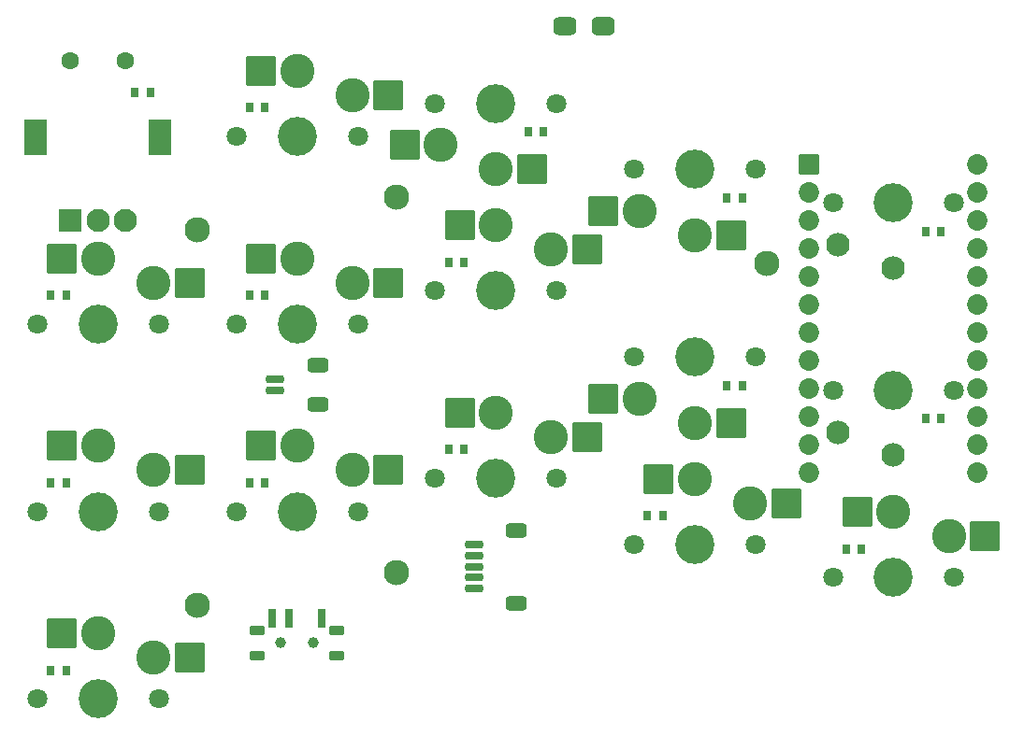
<source format=gbr>
%TF.GenerationSoftware,KiCad,Pcbnew,(7.0.0-0)*%
%TF.CreationDate,2023-06-08T17:12:38+08:00*%
%TF.ProjectId,left,6c656674-2e6b-4696-9361-645f70636258,v1.0.0*%
%TF.SameCoordinates,Original*%
%TF.FileFunction,Soldermask,Bot*%
%TF.FilePolarity,Negative*%
%FSLAX46Y46*%
G04 Gerber Fmt 4.6, Leading zero omitted, Abs format (unit mm)*
G04 Created by KiCad (PCBNEW (7.0.0-0)) date 2023-06-08 17:12:38*
%MOMM*%
%LPD*%
G01*
G04 APERTURE LIST*
G04 Aperture macros list*
%AMRoundRect*
0 Rectangle with rounded corners*
0 $1 Rounding radius*
0 $2 $3 $4 $5 $6 $7 $8 $9 X,Y pos of 4 corners*
0 Add a 4 corners polygon primitive as box body*
4,1,4,$2,$3,$4,$5,$6,$7,$8,$9,$2,$3,0*
0 Add four circle primitives for the rounded corners*
1,1,$1+$1,$2,$3*
1,1,$1+$1,$4,$5*
1,1,$1+$1,$6,$7*
1,1,$1+$1,$8,$9*
0 Add four rect primitives between the rounded corners*
20,1,$1+$1,$2,$3,$4,$5,0*
20,1,$1+$1,$4,$5,$6,$7,0*
20,1,$1+$1,$6,$7,$8,$9,0*
20,1,$1+$1,$8,$9,$2,$3,0*%
G04 Aperture macros list end*
%ADD10C,3.529000*%
%ADD11C,1.801800*%
%ADD12C,2.132000*%
%ADD13RoundRect,0.050000X-0.300000X-0.350000X0.300000X-0.350000X0.300000X0.350000X-0.300000X0.350000X0*%
%ADD14RoundRect,0.050000X1.000000X-1.000000X1.000000X1.000000X-1.000000X1.000000X-1.000000X-1.000000X0*%
%ADD15C,2.100000*%
%ADD16C,1.600000*%
%ADD17RoundRect,0.050000X1.000000X-1.600000X1.000000X1.600000X-1.000000X1.600000X-1.000000X-1.600000X0*%
%ADD18RoundRect,0.050000X0.300000X0.350000X-0.300000X0.350000X-0.300000X-0.350000X0.300000X-0.350000X0*%
%ADD19C,1.000000*%
%ADD20RoundRect,0.050000X-0.300000X0.762000X-0.300000X-0.762000X0.300000X-0.762000X0.300000X0.762000X0*%
%ADD21RoundRect,0.050000X0.600000X0.350000X-0.600000X0.350000X-0.600000X-0.350000X0.600000X-0.350000X0*%
%ADD22RoundRect,0.431000X0.619000X0.381000X-0.619000X0.381000X-0.619000X-0.381000X0.619000X-0.381000X0*%
%ADD23RoundRect,0.428000X0.622000X0.378000X-0.622000X0.378000X-0.622000X-0.378000X0.622000X-0.378000X0*%
%ADD24RoundRect,0.050000X-0.876300X0.876300X-0.876300X-0.876300X0.876300X-0.876300X0.876300X0.876300X0*%
%ADD25C,1.852600*%
%ADD26RoundRect,0.200000X-0.625000X0.150000X-0.625000X-0.150000X0.625000X-0.150000X0.625000X0.150000X0*%
%ADD27RoundRect,0.300000X-0.650000X0.350000X-0.650000X-0.350000X0.650000X-0.350000X0.650000X0.350000X0*%
%ADD28C,2.300000*%
%ADD29C,3.100000*%
%ADD30RoundRect,0.050000X-1.300000X-1.300000X1.300000X-1.300000X1.300000X1.300000X-1.300000X1.300000X0*%
G04 APERTURE END LIST*
D10*
%TO.C,S1*%
X72000000Y45000000D03*
D11*
X77500000Y45000000D03*
X66500000Y45000000D03*
D12*
X67000000Y41200000D03*
X72000000Y39100000D03*
%TD*%
D13*
%TO.C,D1*%
X74900000Y42400000D03*
X76300000Y42400000D03*
%TD*%
D10*
%TO.C,S2*%
X72000000Y28000000D03*
D11*
X77500000Y28000000D03*
X66500000Y28000000D03*
D12*
X67000000Y24200000D03*
X72000000Y22100000D03*
%TD*%
D13*
%TO.C,D2*%
X74900000Y25400000D03*
X76300000Y25400000D03*
%TD*%
D14*
%TO.C,ROT1*%
X-2540000Y43380000D03*
D15*
X-40000Y43380000D03*
X2460000Y43380000D03*
D16*
X-2540000Y57880000D03*
X2460000Y57880000D03*
D17*
X-5640000Y50880000D03*
X5560000Y50880000D03*
%TD*%
D18*
%TO.C,D3*%
X4700000Y55000000D03*
X3300000Y55000000D03*
%TD*%
D19*
%TO.C,SS1*%
X19500000Y5070000D03*
X16500000Y5070000D03*
D20*
X20250000Y7320000D03*
X17250000Y7320000D03*
X15750000Y7320000D03*
D21*
X21600000Y3920000D03*
X21600000Y6220000D03*
X14400000Y3920000D03*
X14400000Y6220000D03*
%TD*%
D22*
%TO.C,SB1*%
X45750000Y61000000D03*
D23*
X42250000Y61000000D03*
%TD*%
D24*
%TO.C,MCU1*%
X64380000Y48470000D03*
D25*
X64380000Y45930000D03*
X64380000Y43390000D03*
X64380000Y40850000D03*
X64380000Y38310000D03*
X64380000Y35770000D03*
X64380000Y33230000D03*
X64380000Y30690000D03*
X64380000Y28150000D03*
X64380000Y25610000D03*
X64380000Y23070000D03*
X64380000Y20530000D03*
X79620000Y48470000D03*
X79620000Y45930000D03*
X79620000Y43390000D03*
X79620000Y40850000D03*
X79620000Y38310000D03*
X79620000Y35770000D03*
X79620000Y33230000D03*
X79620000Y30690000D03*
X79620000Y28150000D03*
X79620000Y25610000D03*
X79620000Y23070000D03*
X79620000Y20530000D03*
%TD*%
D26*
%TO.C,JB1*%
X16000000Y28000000D03*
X16000000Y29000000D03*
D27*
X19875000Y26700000D03*
X19875000Y30300000D03*
%TD*%
D26*
%TO.C,JC1*%
X34000000Y10000000D03*
X34000000Y11000000D03*
X34000000Y12000000D03*
X34000000Y13000000D03*
X34000000Y14000000D03*
D27*
X37875000Y15300000D03*
X37875000Y8700000D03*
%TD*%
D28*
%TO.C,H1*%
X60500000Y39500000D03*
%TD*%
%TO.C,H2*%
X27000000Y45500000D03*
%TD*%
%TO.C,H3*%
X27000000Y11500000D03*
%TD*%
%TO.C,H4*%
X9000000Y42500000D03*
%TD*%
%TO.C,H5*%
X9000000Y8500000D03*
%TD*%
D10*
%TO.C,S3*%
X0Y34000000D03*
D11*
X-5500000Y34000000D03*
X5500000Y34000000D03*
D29*
X5000000Y37750000D03*
X0Y39950000D03*
D30*
X-3275000Y39950000D03*
X8275000Y37750000D03*
%TD*%
D18*
%TO.C,D4*%
X-2900000Y36600000D03*
X-4300000Y36600000D03*
%TD*%
D10*
%TO.C,S4*%
X0Y17000000D03*
D11*
X-5500000Y17000000D03*
X5500000Y17000000D03*
D29*
X5000000Y20750000D03*
X0Y22950000D03*
D30*
X-3275000Y22950000D03*
X8275000Y20750000D03*
%TD*%
D18*
%TO.C,D5*%
X-2900000Y19600000D03*
X-4300000Y19600000D03*
%TD*%
D10*
%TO.C,S5*%
X0Y0D03*
D11*
X-5500000Y0D03*
X5500000Y0D03*
D29*
X5000000Y3750000D03*
X0Y5950000D03*
D30*
X-3275000Y5950000D03*
X8275000Y3750000D03*
%TD*%
D18*
%TO.C,D6*%
X-2900000Y2600000D03*
X-4300000Y2600000D03*
%TD*%
D10*
%TO.C,S6*%
X18000000Y51000000D03*
D11*
X12500000Y51000000D03*
X23500000Y51000000D03*
D29*
X23000000Y54750000D03*
X18000000Y56950000D03*
D30*
X14725000Y56950000D03*
X26275000Y54750000D03*
%TD*%
D18*
%TO.C,D7*%
X15100000Y53600000D03*
X13700000Y53600000D03*
%TD*%
D10*
%TO.C,S7*%
X18000000Y34000000D03*
D11*
X12500000Y34000000D03*
X23500000Y34000000D03*
D29*
X23000000Y37750000D03*
X18000000Y39950000D03*
D30*
X14725000Y39950000D03*
X26275000Y37750000D03*
%TD*%
D18*
%TO.C,D8*%
X15100000Y36600000D03*
X13700000Y36600000D03*
%TD*%
D10*
%TO.C,S8*%
X18000000Y17000000D03*
D11*
X12500000Y17000000D03*
X23500000Y17000000D03*
D29*
X23000000Y20750000D03*
X18000000Y22950000D03*
D30*
X14725000Y22950000D03*
X26275000Y20750000D03*
%TD*%
D18*
%TO.C,D9*%
X15100000Y19600000D03*
X13700000Y19600000D03*
%TD*%
D10*
%TO.C,S9*%
X36000000Y54000000D03*
D11*
X41500000Y54000000D03*
X30500000Y54000000D03*
D29*
X31000000Y50250000D03*
X36000000Y48050000D03*
D30*
X39275000Y48050000D03*
X27725000Y50250000D03*
%TD*%
D13*
%TO.C,D10*%
X38900000Y51400000D03*
X40300000Y51400000D03*
%TD*%
D10*
%TO.C,S10*%
X36000000Y37000000D03*
D11*
X30500000Y37000000D03*
X41500000Y37000000D03*
D29*
X41000000Y40750000D03*
X36000000Y42950000D03*
D30*
X32725000Y42950000D03*
X44275000Y40750000D03*
%TD*%
D18*
%TO.C,D11*%
X33100000Y39600000D03*
X31700000Y39600000D03*
%TD*%
D10*
%TO.C,S11*%
X36000000Y20000000D03*
D11*
X30500000Y20000000D03*
X41500000Y20000000D03*
D29*
X41000000Y23750000D03*
X36000000Y25950000D03*
D30*
X32725000Y25950000D03*
X44275000Y23750000D03*
%TD*%
D18*
%TO.C,D12*%
X33100000Y22600000D03*
X31700000Y22600000D03*
%TD*%
D10*
%TO.C,S12*%
X54000000Y48000000D03*
D11*
X59500000Y48000000D03*
X48500000Y48000000D03*
D29*
X49000000Y44250000D03*
X54000000Y42050000D03*
D30*
X57275000Y42050000D03*
X45725000Y44250000D03*
%TD*%
D13*
%TO.C,D13*%
X56900000Y45400000D03*
X58300000Y45400000D03*
%TD*%
D10*
%TO.C,S13*%
X54000000Y31000000D03*
D11*
X59500000Y31000000D03*
X48500000Y31000000D03*
D29*
X49000000Y27250000D03*
X54000000Y25050000D03*
D30*
X57275000Y25050000D03*
X45725000Y27250000D03*
%TD*%
D13*
%TO.C,D14*%
X56900000Y28400000D03*
X58300000Y28400000D03*
%TD*%
D10*
%TO.C,S14*%
X54000000Y14000000D03*
D11*
X48500000Y14000000D03*
X59500000Y14000000D03*
D29*
X59000000Y17750000D03*
X54000000Y19950000D03*
D30*
X50725000Y19950000D03*
X62275000Y17750000D03*
%TD*%
D18*
%TO.C,D15*%
X51100000Y16600000D03*
X49700000Y16600000D03*
%TD*%
D10*
%TO.C,S15*%
X72000000Y11000000D03*
D11*
X66500000Y11000000D03*
X77500000Y11000000D03*
D29*
X77000000Y14750000D03*
X72000000Y16950000D03*
D30*
X68725000Y16950000D03*
X80275000Y14750000D03*
%TD*%
D18*
%TO.C,D16*%
X69100000Y13600000D03*
X67700000Y13600000D03*
%TD*%
M02*

</source>
